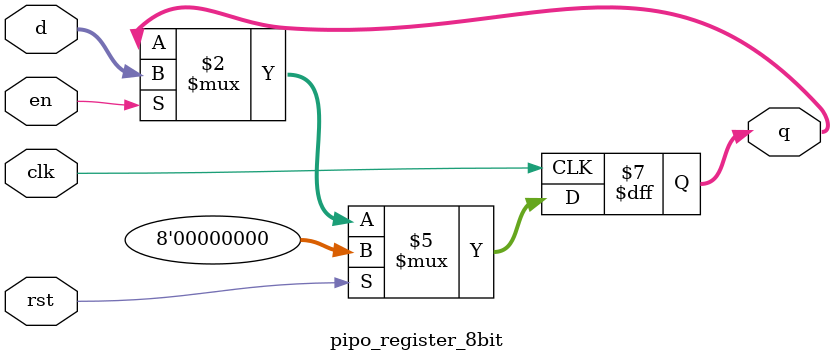
<source format=v>
`timescale 1ns / 1ps

module pipo_register_8bit (
    input  wire        clk,
    input  wire        rst,
    input  wire        en,
    input  wire [7:0]  d,
    output reg  [7:0]  q
);
    always @(posedge clk) begin
        if (rst) begin
            q <= 8'h00;
        end else if (en) begin
            q <= d;
        end
    end
endmodule


</source>
